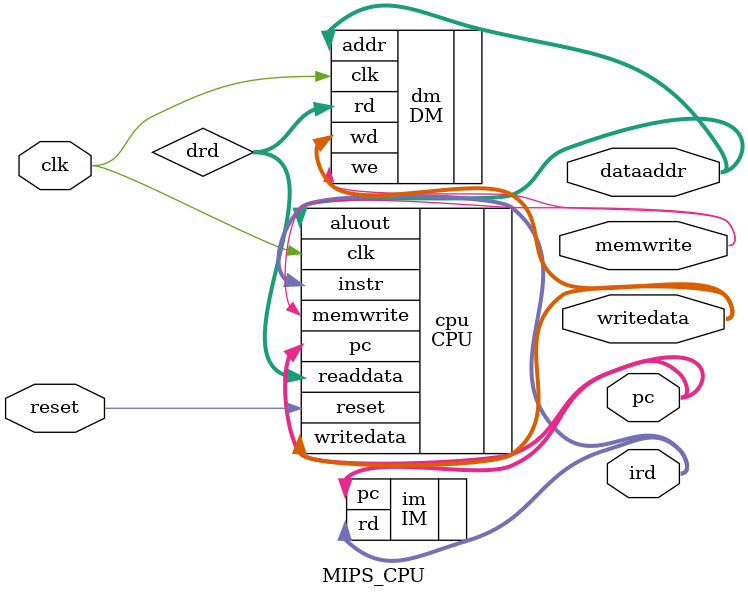
<source format=v>
`timescale 1ns / 1ps


module MIPS_CPU(input clk,input reset,
output [31:0] dataaddr,output [31:0] writedata,output memwrite,output [31:0] ird,output [31:0] pc);
	wire [31:0] drd;
	wire alusrc;
	wire jump;
	wire memtoreg;
	wire pcsrc;
	wire regdst;
	wire regwrite;
	DM dm(.addr(dataaddr), .wd(writedata), .we(memwrite), .clk(clk), .rd(drd));
	IM im(.pc(pc), .rd(ird)) ;
	CPU cpu(.clk(clk), .instr(ird), .readdata(drd), .reset(reset), .aluout(dataaddr), .memwrite(memwrite), .pc(pc), .writedata(writedata));
endmodule
</source>
